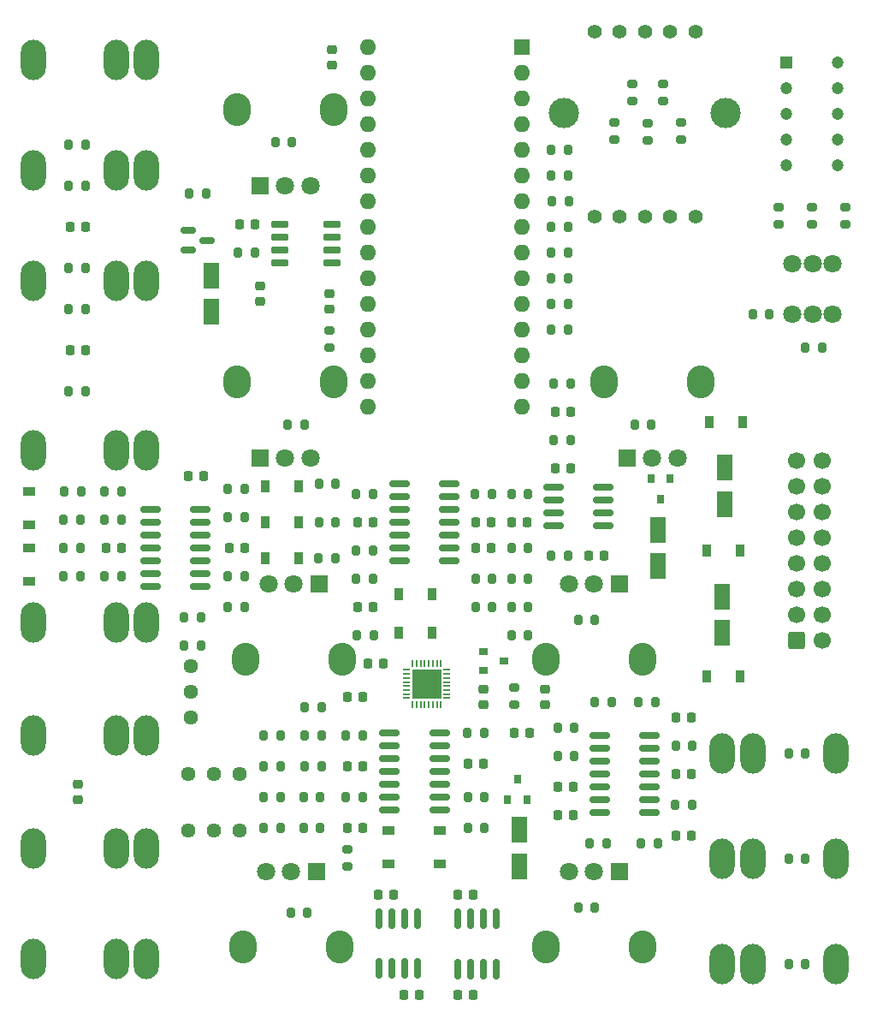
<source format=gbr>
%TF.GenerationSoftware,KiCad,Pcbnew,7.0.2*%
%TF.CreationDate,2023-06-19T11:50:49-04:00*%
%TF.ProjectId,SSI2130_Oscillator,53534932-3133-4305-9f4f-7363696c6c61,rev?*%
%TF.SameCoordinates,Original*%
%TF.FileFunction,Soldermask,Bot*%
%TF.FilePolarity,Negative*%
%FSLAX46Y46*%
G04 Gerber Fmt 4.6, Leading zero omitted, Abs format (unit mm)*
G04 Created by KiCad (PCBNEW 7.0.2) date 2023-06-19 11:50:49*
%MOMM*%
%LPD*%
G01*
G04 APERTURE LIST*
G04 Aperture macros list*
%AMRoundRect*
0 Rectangle with rounded corners*
0 $1 Rounding radius*
0 $2 $3 $4 $5 $6 $7 $8 $9 X,Y pos of 4 corners*
0 Add a 4 corners polygon primitive as box body*
4,1,4,$2,$3,$4,$5,$6,$7,$8,$9,$2,$3,0*
0 Add four circle primitives for the rounded corners*
1,1,$1+$1,$2,$3*
1,1,$1+$1,$4,$5*
1,1,$1+$1,$6,$7*
1,1,$1+$1,$8,$9*
0 Add four rect primitives between the rounded corners*
20,1,$1+$1,$2,$3,$4,$5,0*
20,1,$1+$1,$4,$5,$6,$7,0*
20,1,$1+$1,$6,$7,$8,$9,0*
20,1,$1+$1,$8,$9,$2,$3,0*%
G04 Aperture macros list end*
%ADD10RoundRect,0.200000X-0.200000X-0.275000X0.200000X-0.275000X0.200000X0.275000X-0.200000X0.275000X0*%
%ADD11C,1.800000*%
%ADD12RoundRect,0.200000X0.200000X0.275000X-0.200000X0.275000X-0.200000X-0.275000X0.200000X-0.275000X0*%
%ADD13RoundRect,0.150000X-0.587500X-0.150000X0.587500X-0.150000X0.587500X0.150000X-0.587500X0.150000X0*%
%ADD14RoundRect,0.150000X0.725000X0.150000X-0.725000X0.150000X-0.725000X-0.150000X0.725000X-0.150000X0*%
%ADD15RoundRect,0.250000X-0.550000X1.050000X-0.550000X-1.050000X0.550000X-1.050000X0.550000X1.050000X0*%
%ADD16RoundRect,0.225000X-0.250000X0.225000X-0.250000X-0.225000X0.250000X-0.225000X0.250000X0.225000X0*%
%ADD17RoundRect,0.225000X0.250000X-0.225000X0.250000X0.225000X-0.250000X0.225000X-0.250000X-0.225000X0*%
%ADD18RoundRect,0.225000X-0.225000X-0.250000X0.225000X-0.250000X0.225000X0.250000X-0.225000X0.250000X0*%
%ADD19R,1.200000X1.200000*%
%ADD20C,1.200000*%
%ADD21O,2.500000X4.000000*%
%ADD22C,1.440000*%
%ADD23O,2.720000X3.240000*%
%ADD24R,1.800000X1.800000*%
%ADD25C,1.400000*%
%ADD26C,3.000000*%
%ADD27R,1.600000X1.600000*%
%ADD28O,1.600000X1.600000*%
%ADD29RoundRect,0.225000X0.225000X0.250000X-0.225000X0.250000X-0.225000X-0.250000X0.225000X-0.250000X0*%
%ADD30R,0.900000X1.200000*%
%ADD31R,0.800000X0.900000*%
%ADD32R,0.900000X0.800000*%
%ADD33RoundRect,0.200000X-0.275000X0.200000X-0.275000X-0.200000X0.275000X-0.200000X0.275000X0.200000X0*%
%ADD34RoundRect,0.200000X0.275000X-0.200000X0.275000X0.200000X-0.275000X0.200000X-0.275000X-0.200000X0*%
%ADD35RoundRect,0.150000X-0.825000X-0.150000X0.825000X-0.150000X0.825000X0.150000X-0.825000X0.150000X0*%
%ADD36RoundRect,0.150000X-0.150000X0.825000X-0.150000X-0.825000X0.150000X-0.825000X0.150000X0.825000X0*%
%ADD37R,1.200000X0.900000*%
%ADD38RoundRect,0.250000X-0.600000X-0.600000X0.600000X-0.600000X0.600000X0.600000X-0.600000X0.600000X0*%
%ADD39C,1.700000*%
%ADD40RoundRect,0.050000X-0.300000X-0.050000X0.300000X-0.050000X0.300000X0.050000X-0.300000X0.050000X0*%
%ADD41RoundRect,0.050000X-0.050000X-0.300000X0.050000X-0.300000X0.050000X0.300000X-0.050000X0.300000X0*%
%ADD42R,2.900000X2.900000*%
G04 APERTURE END LIST*
D10*
%TO.C,R57*%
X103378000Y-55626000D03*
X105028000Y-55626000D03*
%TD*%
D11*
%TO.C,SW1*%
X107292000Y-50615000D03*
X109292000Y-50615000D03*
X111292000Y-50615000D03*
X107292000Y-55615000D03*
X109292000Y-55615000D03*
X111292000Y-55615000D03*
%TD*%
D12*
%TO.C,R90*%
X110236000Y-58928000D03*
X108586000Y-58928000D03*
%TD*%
D13*
%TO.C,U10*%
X47498000Y-49276000D03*
X47498000Y-47376000D03*
X49373000Y-48326000D03*
%TD*%
D14*
%TO.C,U6*%
X61722000Y-46736000D03*
X61722000Y-48006000D03*
X61722000Y-49276000D03*
X61722000Y-50546000D03*
X56572000Y-50546000D03*
X56572000Y-49276000D03*
X56572000Y-48006000D03*
X56572000Y-46736000D03*
%TD*%
D12*
%TO.C,R89*%
X54102000Y-49530000D03*
X52452000Y-49530000D03*
%TD*%
%TO.C,R58*%
X60706000Y-94488000D03*
X59056000Y-94488000D03*
%TD*%
D15*
%TO.C,C40*%
X49784000Y-51816000D03*
X49784000Y-55416000D03*
%TD*%
D16*
%TO.C,C33*%
X54610000Y-52832000D03*
X54610000Y-54382000D03*
%TD*%
D17*
%TO.C,C32*%
X61468000Y-55118000D03*
X61468000Y-53568000D03*
%TD*%
D18*
%TO.C,C30*%
X52552000Y-46736000D03*
X54102000Y-46736000D03*
%TD*%
D19*
%TO.C,DS1*%
X106680000Y-30734000D03*
D20*
X106680000Y-33274000D03*
X106680000Y-35814000D03*
X106680000Y-38354000D03*
X106680000Y-40894000D03*
X111760000Y-40894000D03*
X111760000Y-38354000D03*
X111760000Y-35814000D03*
X111760000Y-33274000D03*
X111760000Y-30734000D03*
%TD*%
D21*
%TO.C,J2*%
X43386000Y-119380000D03*
X40386000Y-119380000D03*
X32186000Y-119380000D03*
%TD*%
%TO.C,J3*%
X43386000Y-69088000D03*
X40386000Y-69088000D03*
X32186000Y-69088000D03*
%TD*%
%TO.C,J6*%
X43386000Y-97282000D03*
X40386000Y-97282000D03*
X32186000Y-97282000D03*
%TD*%
%TO.C,J7*%
X100378000Y-109474000D03*
X103378000Y-109474000D03*
X111578000Y-109474000D03*
%TD*%
%TO.C,J8*%
X100378000Y-99060000D03*
X103378000Y-99060000D03*
X111578000Y-99060000D03*
%TD*%
%TO.C,J9*%
X100378000Y-119888000D03*
X103378000Y-119888000D03*
X111578000Y-119888000D03*
%TD*%
%TO.C,J10*%
X43386000Y-41402000D03*
X40386000Y-41402000D03*
X32186000Y-41402000D03*
%TD*%
%TO.C,J11*%
X43386000Y-52324000D03*
X40386000Y-52324000D03*
X32186000Y-52324000D03*
%TD*%
%TO.C,J12*%
X43386000Y-30480000D03*
X40386000Y-30480000D03*
X32186000Y-30480000D03*
%TD*%
D22*
%TO.C,RV1*%
X52578000Y-101092000D03*
X50038000Y-101092000D03*
X47498000Y-101092000D03*
%TD*%
%TO.C,RV2*%
X52578000Y-106680000D03*
X50038000Y-106680000D03*
X47498000Y-106680000D03*
%TD*%
D23*
%TO.C,RV4*%
X62498000Y-118244000D03*
X52898000Y-118244000D03*
D24*
X60198000Y-110744000D03*
D11*
X57698000Y-110744000D03*
X55198000Y-110744000D03*
%TD*%
D23*
%TO.C,RV5*%
X92470000Y-118244000D03*
X82870000Y-118244000D03*
D24*
X90170000Y-110744000D03*
D11*
X87670000Y-110744000D03*
X85170000Y-110744000D03*
%TD*%
D23*
%TO.C,RV6*%
X52310000Y-62350000D03*
X61910000Y-62350000D03*
D24*
X54610000Y-69850000D03*
D11*
X57110000Y-69850000D03*
X59610000Y-69850000D03*
%TD*%
D23*
%TO.C,RV7*%
X88632000Y-62350000D03*
X98232000Y-62350000D03*
D24*
X90932000Y-69850000D03*
D11*
X93432000Y-69850000D03*
X95932000Y-69850000D03*
%TD*%
D23*
%TO.C,RV8*%
X62752000Y-89796000D03*
X53152000Y-89796000D03*
D24*
X60452000Y-82296000D03*
D11*
X57952000Y-82296000D03*
X55452000Y-82296000D03*
%TD*%
D23*
%TO.C,RV9*%
X92470000Y-89796000D03*
X82870000Y-89796000D03*
D24*
X90170000Y-82296000D03*
D11*
X87670000Y-82296000D03*
X85170000Y-82296000D03*
%TD*%
D23*
%TO.C,RV11*%
X52310000Y-35426000D03*
X61910000Y-35426000D03*
D24*
X54610000Y-42926000D03*
D11*
X57110000Y-42926000D03*
X59610000Y-42926000D03*
%TD*%
D25*
%TO.C,S1*%
X97710000Y-45980000D03*
X95210000Y-45980000D03*
X92710000Y-45980000D03*
X90210000Y-45980000D03*
X87710000Y-45980000D03*
X87710000Y-27680000D03*
X90210000Y-27680000D03*
X92710000Y-27680000D03*
X95210000Y-27680000D03*
X97710000Y-27680000D03*
D26*
X84710000Y-35730000D03*
X100710000Y-35730000D03*
%TD*%
D21*
%TO.C,J5*%
X43386000Y-108458000D03*
X40386000Y-108458000D03*
X32186000Y-108458000D03*
%TD*%
D22*
%TO.C,RV3*%
X47752000Y-90424000D03*
X47752000Y-92964000D03*
X47752000Y-95504000D03*
%TD*%
D21*
%TO.C,J4*%
X43386000Y-86106000D03*
X40386000Y-86106000D03*
X32186000Y-86106000D03*
%TD*%
D27*
%TO.C,A1*%
X80518000Y-29210000D03*
D28*
X80518000Y-31750000D03*
X80518000Y-34290000D03*
X80518000Y-36830000D03*
X80518000Y-39370000D03*
X80518000Y-41910000D03*
X80518000Y-44450000D03*
X80518000Y-46990000D03*
X80518000Y-49530000D03*
X80518000Y-52070000D03*
X80518000Y-54610000D03*
X80518000Y-57150000D03*
X80518000Y-59690000D03*
X80518000Y-62230000D03*
X80518000Y-64770000D03*
X65278000Y-64770000D03*
X65278000Y-62230000D03*
X65278000Y-59690000D03*
X65278000Y-57150000D03*
X65278000Y-54610000D03*
X65278000Y-52070000D03*
X65278000Y-49530000D03*
X65278000Y-46990000D03*
X65278000Y-44450000D03*
X65278000Y-41910000D03*
X65278000Y-39370000D03*
X65278000Y-36830000D03*
X65278000Y-34290000D03*
X65278000Y-31750000D03*
X65278000Y-29210000D03*
%TD*%
D15*
%TO.C,C2*%
X100584000Y-70822000D03*
X100584000Y-74422000D03*
%TD*%
%TO.C,C3*%
X100330000Y-83544000D03*
X100330000Y-87144000D03*
%TD*%
%TO.C,C4*%
X93980000Y-76962000D03*
X93980000Y-80562000D03*
%TD*%
D29*
%TO.C,C5*%
X88646000Y-79502000D03*
X87096000Y-79502000D03*
%TD*%
D18*
%TO.C,C6*%
X83807000Y-70866000D03*
X85357000Y-70866000D03*
%TD*%
D29*
%TO.C,C7*%
X77470000Y-78740000D03*
X75920000Y-78740000D03*
%TD*%
D18*
%TO.C,C8*%
X74142000Y-122936000D03*
X75692000Y-122936000D03*
%TD*%
D29*
%TO.C,C9*%
X70384000Y-122936000D03*
X68834000Y-122936000D03*
%TD*%
%TO.C,C10*%
X81052000Y-76200000D03*
X79502000Y-76200000D03*
%TD*%
%TO.C,C11*%
X85344000Y-65278000D03*
X83794000Y-65278000D03*
%TD*%
%TO.C,C13*%
X67844000Y-113030000D03*
X66294000Y-113030000D03*
%TD*%
%TO.C,C14*%
X85624000Y-105156000D03*
X84074000Y-105156000D03*
%TD*%
D15*
%TO.C,C15*%
X80264000Y-106636000D03*
X80264000Y-110236000D03*
%TD*%
D18*
%TO.C,C16*%
X64236000Y-76200000D03*
X65786000Y-76200000D03*
%TD*%
D29*
%TO.C,C17*%
X77470000Y-76200000D03*
X75920000Y-76200000D03*
%TD*%
D18*
%TO.C,C18*%
X39344000Y-78740000D03*
X40894000Y-78740000D03*
%TD*%
D29*
%TO.C,C19*%
X53086000Y-78740000D03*
X51536000Y-78740000D03*
%TD*%
%TO.C,C20*%
X65812000Y-84582000D03*
X64262000Y-84582000D03*
%TD*%
%TO.C,C21*%
X37338000Y-46990000D03*
X35788000Y-46990000D03*
%TD*%
D18*
%TO.C,C23*%
X35788000Y-59182000D03*
X37338000Y-59182000D03*
%TD*%
%TO.C,C24*%
X63220000Y-100330000D03*
X64770000Y-100330000D03*
%TD*%
D29*
%TO.C,C25*%
X76734000Y-100076000D03*
X75184000Y-100076000D03*
%TD*%
%TO.C,C26*%
X66828000Y-90170000D03*
X65278000Y-90170000D03*
%TD*%
D18*
%TO.C,C27*%
X84048000Y-102362000D03*
X85598000Y-102362000D03*
%TD*%
D29*
%TO.C,C28*%
X97308000Y-101092000D03*
X95758000Y-101092000D03*
%TD*%
%TO.C,C34*%
X64770000Y-93472000D03*
X63220000Y-93472000D03*
%TD*%
D18*
%TO.C,C35*%
X47498000Y-71628000D03*
X49048000Y-71628000D03*
%TD*%
D29*
%TO.C,C36*%
X64770000Y-106426000D03*
X63220000Y-106426000D03*
%TD*%
D18*
%TO.C,C37*%
X79730000Y-97028000D03*
X81280000Y-97028000D03*
%TD*%
%TO.C,C38*%
X95758000Y-95504000D03*
X97308000Y-95504000D03*
%TD*%
%TO.C,C39*%
X95732000Y-107188000D03*
X97282000Y-107188000D03*
%TD*%
D30*
%TO.C,D1*%
X99060000Y-66294000D03*
X102360000Y-66294000D03*
%TD*%
%TO.C,D2*%
X98808000Y-78994000D03*
X102108000Y-78994000D03*
%TD*%
%TO.C,D3*%
X102106000Y-91440000D03*
X98806000Y-91440000D03*
%TD*%
D31*
%TO.C,Q1*%
X93284000Y-71914000D03*
X95184000Y-71914000D03*
X94234000Y-73914000D03*
%TD*%
D32*
%TO.C,Q2*%
X76740000Y-90866000D03*
X76740000Y-88966000D03*
X78740000Y-89916000D03*
%TD*%
D12*
%TO.C,R2*%
X87756000Y-114300000D03*
X86106000Y-114300000D03*
%TD*%
D10*
%TO.C,R3*%
X57341000Y-66548000D03*
X58991000Y-66548000D03*
%TD*%
D12*
%TO.C,R4*%
X93344000Y-66548000D03*
X91694000Y-66548000D03*
%TD*%
%TO.C,R5*%
X77596000Y-84582000D03*
X75946000Y-84582000D03*
%TD*%
%TO.C,R6*%
X87756000Y-85852000D03*
X86106000Y-85852000D03*
%TD*%
%TO.C,R7*%
X64770000Y-103378000D03*
X63120000Y-103378000D03*
%TD*%
D10*
%TO.C,R8*%
X64136000Y-81788000D03*
X65786000Y-81788000D03*
%TD*%
%TO.C,R9*%
X75946000Y-81788000D03*
X77596000Y-81788000D03*
%TD*%
D33*
%TO.C,R10*%
X63246000Y-108586000D03*
X63246000Y-110236000D03*
%TD*%
D10*
%TO.C,R11*%
X64199000Y-87376000D03*
X65849000Y-87376000D03*
%TD*%
%TO.C,R12*%
X79502000Y-81788000D03*
X81152000Y-81788000D03*
%TD*%
D12*
%TO.C,R13*%
X77533000Y-73406000D03*
X75883000Y-73406000D03*
%TD*%
%TO.C,R15*%
X65786000Y-78994000D03*
X64136000Y-78994000D03*
%TD*%
%TO.C,R16*%
X85090000Y-79502000D03*
X83440000Y-79502000D03*
%TD*%
D10*
%TO.C,R17*%
X75184000Y-103378000D03*
X76834000Y-103378000D03*
%TD*%
%TO.C,R18*%
X64136000Y-73406000D03*
X65786000Y-73406000D03*
%TD*%
D12*
%TO.C,R19*%
X81152000Y-78740000D03*
X79502000Y-78740000D03*
%TD*%
D10*
%TO.C,R20*%
X83694000Y-68072000D03*
X85344000Y-68072000D03*
%TD*%
D12*
%TO.C,R21*%
X76834000Y-106426000D03*
X75184000Y-106426000D03*
%TD*%
D10*
%TO.C,R22*%
X39244000Y-75946000D03*
X40894000Y-75946000D03*
%TD*%
%TO.C,R23*%
X83694000Y-62484000D03*
X85344000Y-62484000D03*
%TD*%
D12*
%TO.C,R24*%
X36893000Y-73152000D03*
X35243000Y-73152000D03*
%TD*%
%TO.C,R25*%
X40894000Y-73152000D03*
X39244000Y-73152000D03*
%TD*%
%TO.C,R26*%
X36830000Y-75946000D03*
X35180000Y-75946000D03*
%TD*%
%TO.C,R27*%
X62039000Y-79756000D03*
X60389000Y-79756000D03*
%TD*%
%TO.C,R28*%
X53086000Y-75692000D03*
X51436000Y-75692000D03*
%TD*%
%TO.C,R29*%
X36830000Y-81534000D03*
X35180000Y-81534000D03*
%TD*%
%TO.C,R30*%
X36830000Y-78740000D03*
X35180000Y-78740000D03*
%TD*%
D10*
%TO.C,R31*%
X51436000Y-72898000D03*
X53086000Y-72898000D03*
%TD*%
%TO.C,R32*%
X39244000Y-81534000D03*
X40894000Y-81534000D03*
%TD*%
%TO.C,R33*%
X51436000Y-81534000D03*
X53086000Y-81534000D03*
%TD*%
%TO.C,R34*%
X47118000Y-85598000D03*
X48768000Y-85598000D03*
%TD*%
%TO.C,R35*%
X47118000Y-88392000D03*
X48768000Y-88392000D03*
%TD*%
%TO.C,R36*%
X51436000Y-84582000D03*
X53086000Y-84582000D03*
%TD*%
D12*
%TO.C,R37*%
X62102000Y-72390000D03*
X60452000Y-72390000D03*
%TD*%
%TO.C,R38*%
X62102000Y-76200000D03*
X60452000Y-76200000D03*
%TD*%
%TO.C,R39*%
X57784000Y-38608000D03*
X56134000Y-38608000D03*
%TD*%
D10*
%TO.C,R40*%
X63120000Y-97282000D03*
X64770000Y-97282000D03*
%TD*%
D12*
%TO.C,R41*%
X76771000Y-97028000D03*
X75121000Y-97028000D03*
%TD*%
D10*
%TO.C,R42*%
X47626000Y-43688000D03*
X49276000Y-43688000D03*
%TD*%
%TO.C,R43*%
X54992000Y-97282000D03*
X56642000Y-97282000D03*
%TD*%
D12*
%TO.C,R44*%
X60706000Y-100330000D03*
X59056000Y-100330000D03*
%TD*%
%TO.C,R45*%
X56642000Y-100330000D03*
X54992000Y-100330000D03*
%TD*%
D10*
%TO.C,R46*%
X79502000Y-87376000D03*
X81152000Y-87376000D03*
%TD*%
D12*
%TO.C,R47*%
X60578000Y-106426000D03*
X58928000Y-106426000D03*
%TD*%
%TO.C,R48*%
X56642000Y-106426000D03*
X54992000Y-106426000D03*
%TD*%
%TO.C,R49*%
X81152000Y-84582000D03*
X79502000Y-84582000D03*
%TD*%
D10*
%TO.C,R50*%
X35688000Y-63246000D03*
X37338000Y-63246000D03*
%TD*%
%TO.C,R52*%
X58928000Y-103378000D03*
X60578000Y-103378000D03*
%TD*%
D12*
%TO.C,R53*%
X60706000Y-97282000D03*
X59056000Y-97282000D03*
%TD*%
%TO.C,R54*%
X88900000Y-107950000D03*
X87250000Y-107950000D03*
%TD*%
D10*
%TO.C,R55*%
X87758000Y-93980000D03*
X89408000Y-93980000D03*
%TD*%
%TO.C,R56*%
X92076000Y-93980000D03*
X93726000Y-93980000D03*
%TD*%
D12*
%TO.C,R59*%
X85724000Y-99314000D03*
X84074000Y-99314000D03*
%TD*%
D10*
%TO.C,R60*%
X92330000Y-107950000D03*
X93980000Y-107950000D03*
%TD*%
D12*
%TO.C,R61*%
X56642000Y-103378000D03*
X54992000Y-103378000D03*
%TD*%
D10*
%TO.C,R62*%
X95758000Y-98298000D03*
X97408000Y-98298000D03*
%TD*%
%TO.C,R63*%
X95695000Y-104140000D03*
X97345000Y-104140000D03*
%TD*%
D12*
%TO.C,R64*%
X85724000Y-96520000D03*
X84074000Y-96520000D03*
%TD*%
%TO.C,R65*%
X108584000Y-99060000D03*
X106934000Y-99060000D03*
%TD*%
%TO.C,R66*%
X108584000Y-119888000D03*
X106934000Y-119888000D03*
%TD*%
%TO.C,R67*%
X108584000Y-109474000D03*
X106934000Y-109474000D03*
%TD*%
D34*
%TO.C,R68*%
X94488000Y-34544000D03*
X94488000Y-32894000D03*
%TD*%
D10*
%TO.C,R71*%
X83503000Y-44450000D03*
X85153000Y-44450000D03*
%TD*%
%TO.C,R72*%
X83440000Y-46990000D03*
X85090000Y-46990000D03*
%TD*%
%TO.C,R73*%
X83440000Y-49530000D03*
X85090000Y-49530000D03*
%TD*%
%TO.C,R74*%
X83440000Y-52070000D03*
X85090000Y-52070000D03*
%TD*%
%TO.C,R75*%
X83440000Y-54610000D03*
X85090000Y-54610000D03*
%TD*%
%TO.C,R76*%
X83440000Y-57150000D03*
X85090000Y-57150000D03*
%TD*%
D34*
%TO.C,R77*%
X91440000Y-34544000D03*
X91440000Y-32894000D03*
%TD*%
D10*
%TO.C,R78*%
X35688000Y-38862000D03*
X37338000Y-38862000D03*
%TD*%
D34*
%TO.C,R79*%
X89662000Y-38354000D03*
X89662000Y-36704000D03*
%TD*%
D10*
%TO.C,R80*%
X35688000Y-51054000D03*
X37338000Y-51054000D03*
%TD*%
%TO.C,R81*%
X35688000Y-42926000D03*
X37338000Y-42926000D03*
%TD*%
D34*
%TO.C,R82*%
X92964000Y-38417000D03*
X92964000Y-36767000D03*
%TD*%
D10*
%TO.C,R83*%
X35688000Y-55118000D03*
X37338000Y-55118000D03*
%TD*%
D34*
%TO.C,R84*%
X96266000Y-38354000D03*
X96266000Y-36704000D03*
%TD*%
%TO.C,R85*%
X61468000Y-58928000D03*
X61468000Y-57278000D03*
%TD*%
D33*
%TO.C,R86*%
X112522000Y-45086000D03*
X112522000Y-46736000D03*
%TD*%
%TO.C,R87*%
X109220000Y-45086000D03*
X109220000Y-46736000D03*
%TD*%
%TO.C,R88*%
X105918000Y-45086000D03*
X105918000Y-46736000D03*
%TD*%
D35*
%TO.C,U1*%
X68391000Y-80010000D03*
X68391000Y-78740000D03*
X68391000Y-77470000D03*
X68391000Y-76200000D03*
X68391000Y-74930000D03*
X68391000Y-73660000D03*
X68391000Y-72390000D03*
X73341000Y-72390000D03*
X73341000Y-73660000D03*
X73341000Y-74930000D03*
X73341000Y-76200000D03*
X73341000Y-77470000D03*
X73341000Y-78740000D03*
X73341000Y-80010000D03*
%TD*%
%TO.C,U3*%
X67440000Y-104648000D03*
X67440000Y-103378000D03*
X67440000Y-102108000D03*
X67440000Y-100838000D03*
X67440000Y-99568000D03*
X67440000Y-98298000D03*
X67440000Y-97028000D03*
X72390000Y-97028000D03*
X72390000Y-98298000D03*
X72390000Y-99568000D03*
X72390000Y-100838000D03*
X72390000Y-102108000D03*
X72390000Y-103378000D03*
X72390000Y-104648000D03*
%TD*%
%TO.C,U4*%
X88203000Y-104902000D03*
X88203000Y-103632000D03*
X88203000Y-102362000D03*
X88203000Y-101092000D03*
X88203000Y-99822000D03*
X88203000Y-98552000D03*
X88203000Y-97282000D03*
X93153000Y-97282000D03*
X93153000Y-98552000D03*
X93153000Y-99822000D03*
X93153000Y-101092000D03*
X93153000Y-102362000D03*
X93153000Y-103632000D03*
X93153000Y-104902000D03*
%TD*%
D31*
%TO.C,U5*%
X81026000Y-103616000D03*
X79126000Y-103616000D03*
X80076000Y-101616000D03*
%TD*%
D36*
%TO.C,U7*%
X74168000Y-115446000D03*
X75438000Y-115446000D03*
X76708000Y-115446000D03*
X77978000Y-115446000D03*
X77978000Y-120396000D03*
X76708000Y-120396000D03*
X75438000Y-120396000D03*
X74168000Y-120396000D03*
%TD*%
%TO.C,U8*%
X66421000Y-115381000D03*
X67691000Y-115381000D03*
X68961000Y-115381000D03*
X70231000Y-115381000D03*
X70231000Y-120331000D03*
X68961000Y-120331000D03*
X67691000Y-120331000D03*
X66421000Y-120331000D03*
%TD*%
D35*
%TO.C,U9*%
X83631000Y-76581000D03*
X83631000Y-75311000D03*
X83631000Y-74041000D03*
X83631000Y-72771000D03*
X88581000Y-72771000D03*
X88581000Y-74041000D03*
X88581000Y-75311000D03*
X88581000Y-76581000D03*
%TD*%
D30*
%TO.C,D4*%
X71628000Y-83312000D03*
X68328000Y-83312000D03*
%TD*%
%TO.C,D5*%
X68326000Y-87122000D03*
X71626000Y-87122000D03*
%TD*%
D37*
%TO.C,D6*%
X67310000Y-109980000D03*
X67310000Y-106680000D03*
%TD*%
%TO.C,D7*%
X72390000Y-106682000D03*
X72390000Y-109982000D03*
%TD*%
%TO.C,D8*%
X31750000Y-76454000D03*
X31750000Y-73154000D03*
%TD*%
%TO.C,D9*%
X31750000Y-82040000D03*
X31750000Y-78740000D03*
%TD*%
D30*
%TO.C,D10*%
X58418000Y-79756000D03*
X55118000Y-79756000D03*
%TD*%
%TO.C,D11*%
X58418000Y-72644000D03*
X55118000Y-72644000D03*
%TD*%
%TO.C,D12*%
X58418000Y-76200000D03*
X55118000Y-76200000D03*
%TD*%
D38*
%TO.C,J1*%
X107696000Y-87884000D03*
D39*
X110236000Y-87884000D03*
X107696000Y-85344000D03*
X110236000Y-85344000D03*
X107696000Y-82804000D03*
X110236000Y-82804000D03*
X107696000Y-80264000D03*
X110236000Y-80264000D03*
X107696000Y-77724000D03*
X110236000Y-77724000D03*
X107696000Y-75184000D03*
X110236000Y-75184000D03*
X107696000Y-72644000D03*
X110236000Y-72644000D03*
X107696000Y-70104000D03*
X110236000Y-70104000D03*
%TD*%
D17*
%TO.C,C29*%
X61722000Y-30988000D03*
X61722000Y-29438000D03*
%TD*%
D10*
%TO.C,R69*%
X83440000Y-39370000D03*
X85090000Y-39370000D03*
%TD*%
%TO.C,R70*%
X83440000Y-41910000D03*
X85090000Y-41910000D03*
%TD*%
D18*
%TO.C,C12*%
X74155000Y-113030000D03*
X75705000Y-113030000D03*
%TD*%
D40*
%TO.C,U11*%
X69110695Y-93602000D03*
X69110695Y-93202000D03*
X69110695Y-92802000D03*
X69110695Y-92402000D03*
X69110695Y-92002000D03*
X69110695Y-91602000D03*
X69110695Y-91202000D03*
X69110695Y-90802000D03*
D41*
X69710695Y-90202000D03*
X70110695Y-90202000D03*
X70510695Y-90202000D03*
X70910695Y-90202000D03*
X71310695Y-90202000D03*
X71710695Y-90202000D03*
X72110695Y-90202000D03*
X72510695Y-90202000D03*
D40*
X73110695Y-90802000D03*
X73110695Y-91202000D03*
X73110695Y-91602000D03*
X73110695Y-92002000D03*
X73110695Y-92402000D03*
X73110695Y-92802000D03*
X73110695Y-93202000D03*
X73110695Y-93602000D03*
D41*
X72510695Y-94202000D03*
X72110695Y-94202000D03*
X71710695Y-94202000D03*
X71310695Y-94202000D03*
X70910695Y-94202000D03*
X70510695Y-94202000D03*
X70110695Y-94202000D03*
X69710695Y-94202000D03*
D42*
X71110695Y-92202000D03*
%TD*%
D33*
%TO.C,R51*%
X79756000Y-92584000D03*
X79756000Y-94234000D03*
%TD*%
D16*
%TO.C,C31*%
X76708000Y-92684000D03*
X76708000Y-94234000D03*
%TD*%
%TO.C,C22*%
X82804000Y-92697000D03*
X82804000Y-94247000D03*
%TD*%
D10*
%TO.C,R1*%
X57658000Y-114808000D03*
X59308000Y-114808000D03*
%TD*%
D35*
%TO.C,U2*%
X43753000Y-82550000D03*
X43753000Y-81280000D03*
X43753000Y-80010000D03*
X43753000Y-78740000D03*
X43753000Y-77470000D03*
X43753000Y-76200000D03*
X43753000Y-74930000D03*
X48703000Y-74930000D03*
X48703000Y-76200000D03*
X48703000Y-77470000D03*
X48703000Y-78740000D03*
X48703000Y-80010000D03*
X48703000Y-81280000D03*
X48703000Y-82550000D03*
%TD*%
D10*
%TO.C,R14*%
X79502000Y-73406000D03*
X81152000Y-73406000D03*
%TD*%
D17*
%TO.C,C1*%
X36576000Y-103658000D03*
X36576000Y-102108000D03*
%TD*%
M02*

</source>
